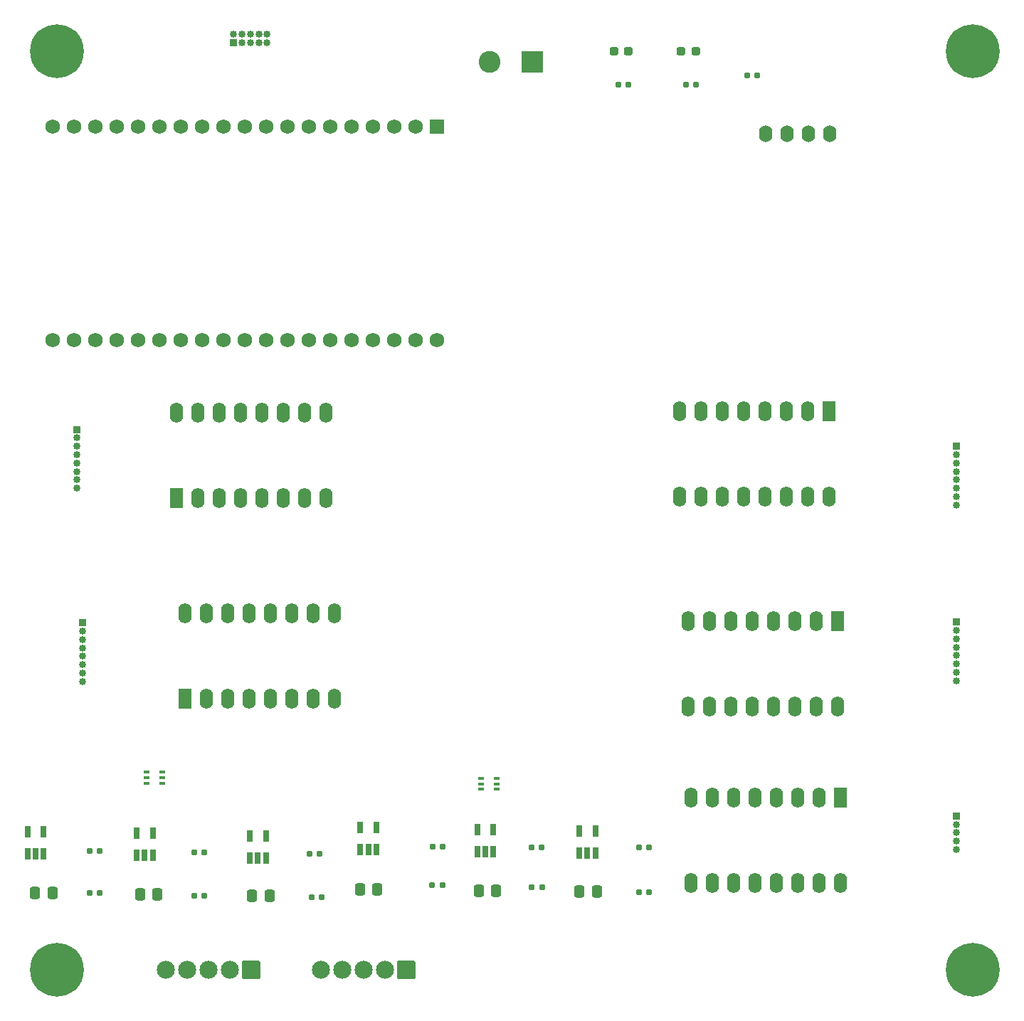
<source format=gbr>
%TF.GenerationSoftware,KiCad,Pcbnew,7.0.10*%
%TF.CreationDate,2024-02-03T22:52:18+05:30*%
%TF.ProjectId,ControlUnit,436f6e74-726f-46c5-956e-69742e6b6963,rev?*%
%TF.SameCoordinates,Original*%
%TF.FileFunction,Soldermask,Top*%
%TF.FilePolarity,Negative*%
%FSLAX46Y46*%
G04 Gerber Fmt 4.6, Leading zero omitted, Abs format (unit mm)*
G04 Created by KiCad (PCBNEW 7.0.10) date 2024-02-03 22:52:18*
%MOMM*%
%LPD*%
G01*
G04 APERTURE LIST*
G04 Aperture macros list*
%AMRoundRect*
0 Rectangle with rounded corners*
0 $1 Rounding radius*
0 $2 $3 $4 $5 $6 $7 $8 $9 X,Y pos of 4 corners*
0 Add a 4 corners polygon primitive as box body*
4,1,4,$2,$3,$4,$5,$6,$7,$8,$9,$2,$3,0*
0 Add four circle primitives for the rounded corners*
1,1,$1+$1,$2,$3*
1,1,$1+$1,$4,$5*
1,1,$1+$1,$6,$7*
1,1,$1+$1,$8,$9*
0 Add four rect primitives between the rounded corners*
20,1,$1+$1,$2,$3,$4,$5,0*
20,1,$1+$1,$4,$5,$6,$7,0*
20,1,$1+$1,$6,$7,$8,$9,0*
20,1,$1+$1,$8,$9,$2,$3,0*%
G04 Aperture macros list end*
%ADD10R,1.600000X2.400000*%
%ADD11O,1.600000X2.400000*%
%ADD12C,2.134400*%
%ADD13RoundRect,0.102000X-0.965200X-0.965200X0.965200X-0.965200X0.965200X0.965200X-0.965200X0.965200X0*%
%ADD14RoundRect,0.160000X-0.197500X-0.160000X0.197500X-0.160000X0.197500X0.160000X-0.197500X0.160000X0*%
%ADD15RoundRect,0.250000X-0.337500X-0.475000X0.337500X-0.475000X0.337500X0.475000X-0.337500X0.475000X0*%
%ADD16RoundRect,0.102000X-0.765000X0.765000X-0.765000X-0.765000X0.765000X-0.765000X0.765000X0.765000X0*%
%ADD17C,1.734000*%
%ADD18R,0.850000X0.850000*%
%ADD19O,0.850000X0.850000*%
%ADD20RoundRect,0.237500X-0.287500X-0.237500X0.287500X-0.237500X0.287500X0.237500X-0.287500X0.237500X0*%
%ADD21RoundRect,0.102000X-0.275000X-0.600000X0.275000X-0.600000X0.275000X0.600000X-0.275000X0.600000X0*%
%ADD22R,0.650000X0.400000*%
%ADD23C,0.800000*%
%ADD24C,6.400000*%
%ADD25O,1.600000X2.000000*%
%ADD26RoundRect,0.155000X-0.212500X-0.155000X0.212500X-0.155000X0.212500X0.155000X-0.212500X0.155000X0*%
%ADD27R,2.600000X2.600000*%
%ADD28C,2.600000*%
G04 APERTURE END LIST*
D10*
%TO.C,U6*%
X179240000Y-133840000D03*
D11*
X176700000Y-133840000D03*
X174160000Y-133840000D03*
X171620000Y-133840000D03*
X169080000Y-133840000D03*
X166540000Y-133840000D03*
X164000000Y-133840000D03*
X161460000Y-133840000D03*
X161460000Y-144000000D03*
X164000000Y-144000000D03*
X166540000Y-144000000D03*
X169080000Y-144000000D03*
X171620000Y-144000000D03*
X174160000Y-144000000D03*
X176700000Y-144000000D03*
X179240000Y-144000000D03*
%TD*%
D12*
%TO.C,U5*%
X98920000Y-154302900D03*
X101460000Y-154302900D03*
D13*
X109080000Y-154302900D03*
D12*
X104000000Y-154302900D03*
X106540000Y-154302900D03*
%TD*%
D14*
%TO.C,R6*%
X160805000Y-49000000D03*
X162000000Y-49000000D03*
%TD*%
D15*
%TO.C,C18*%
X95875000Y-145310000D03*
X97950000Y-145310000D03*
%TD*%
D16*
%TO.C,U1*%
X131200000Y-54000000D03*
D17*
X128660000Y-54000000D03*
X126120000Y-54000000D03*
X123580000Y-54000000D03*
X121040000Y-54000000D03*
X118500000Y-54000000D03*
X115960000Y-54000000D03*
X113420000Y-54000000D03*
X110880000Y-54000000D03*
X108340000Y-54000000D03*
X105800000Y-54000000D03*
X103260000Y-54000000D03*
X100720000Y-54000000D03*
X98180000Y-54000000D03*
X95640000Y-54000000D03*
X93100000Y-54000000D03*
X90560000Y-54000000D03*
X88020000Y-54000000D03*
X85480000Y-54000000D03*
X85480000Y-79400000D03*
X88020000Y-79400000D03*
X90560000Y-79400000D03*
X93100000Y-79400000D03*
X95640000Y-79400000D03*
X98180000Y-79400000D03*
X100720000Y-79400000D03*
X103260000Y-79400000D03*
X105800000Y-79400000D03*
X108340000Y-79400000D03*
X110880000Y-79400000D03*
X113420000Y-79400000D03*
X115960000Y-79400000D03*
X118500000Y-79400000D03*
X121040000Y-79400000D03*
X123580000Y-79400000D03*
X126120000Y-79400000D03*
X128660000Y-79400000D03*
X131200000Y-79400000D03*
%TD*%
D18*
%TO.C,J7*%
X193000000Y-92000000D03*
D19*
X193000000Y-93000000D03*
X193000000Y-94000000D03*
X193000000Y-95000000D03*
X193000000Y-96000000D03*
X193000000Y-97000000D03*
X193000000Y-98000000D03*
X193000000Y-99000000D03*
%TD*%
D18*
%TO.C,J8*%
X89000000Y-113000000D03*
D19*
X89000000Y-114000000D03*
X89000000Y-115000000D03*
X89000000Y-116000000D03*
X89000000Y-117000000D03*
X89000000Y-118000000D03*
X89000000Y-119000000D03*
X89000000Y-120000000D03*
%TD*%
D18*
%TO.C,J9*%
X88350000Y-90000000D03*
D19*
X88350000Y-91000000D03*
X88350000Y-92000000D03*
X88350000Y-93000000D03*
X88350000Y-94000000D03*
X88350000Y-95000000D03*
X88350000Y-96000000D03*
X88350000Y-97000000D03*
%TD*%
D20*
%TO.C,D4*%
X152250000Y-45000000D03*
X154000000Y-45000000D03*
%TD*%
D15*
%TO.C,C15*%
X83375000Y-145160000D03*
X85450000Y-145160000D03*
%TD*%
%TO.C,C19*%
X109211000Y-145504900D03*
X111286000Y-145504900D03*
%TD*%
D14*
%TO.C,R14*%
X130657500Y-139680000D03*
X131852500Y-139680000D03*
%TD*%
D21*
%TO.C,U13*%
X122102500Y-139980100D03*
X123052500Y-139980100D03*
X124002500Y-139980100D03*
X124002500Y-137379900D03*
X122102500Y-137379900D03*
%TD*%
D14*
%TO.C,R12*%
X142452500Y-139700000D03*
X143647500Y-139700000D03*
%TD*%
%TO.C,R8*%
X89852500Y-140160000D03*
X91047500Y-140160000D03*
%TD*%
D22*
%TO.C,D3*%
X136427500Y-131530000D03*
X136427500Y-132180000D03*
X136427500Y-132830000D03*
X138327500Y-132830000D03*
X138327500Y-132180000D03*
X138327500Y-131530000D03*
%TD*%
D14*
%TO.C,R10*%
X130651600Y-144195000D03*
X131846600Y-144195000D03*
%TD*%
D18*
%TO.C,J10*%
X193000000Y-112915000D03*
D19*
X193000000Y-113915000D03*
X193000000Y-114915000D03*
X193000000Y-115915000D03*
X193000000Y-116915000D03*
X193000000Y-117915000D03*
X193000000Y-118915000D03*
X193000000Y-119915000D03*
%TD*%
D14*
%TO.C,R15*%
X102355000Y-140310000D03*
X103550000Y-140310000D03*
%TD*%
%TO.C,R1*%
X152805000Y-49000000D03*
X154000000Y-49000000D03*
%TD*%
%TO.C,R20*%
X155255000Y-145080000D03*
X156450000Y-145080000D03*
%TD*%
D23*
%TO.C,H4*%
X83600000Y-154302900D03*
X84302944Y-152605844D03*
X84302944Y-155999956D03*
X86000000Y-151902900D03*
D24*
X86000000Y-154302900D03*
D23*
X86000000Y-156702900D03*
X87697056Y-152605844D03*
X87697056Y-155999956D03*
X88400000Y-154302900D03*
%TD*%
D10*
%TO.C,U10*%
X178875000Y-112840000D03*
D11*
X176335000Y-112840000D03*
X173795000Y-112840000D03*
X171255000Y-112840000D03*
X168715000Y-112840000D03*
X166175000Y-112840000D03*
X163635000Y-112840000D03*
X161095000Y-112840000D03*
X161095000Y-123000000D03*
X163635000Y-123000000D03*
X166175000Y-123000000D03*
X168715000Y-123000000D03*
X171255000Y-123000000D03*
X173795000Y-123000000D03*
X176335000Y-123000000D03*
X178875000Y-123000000D03*
%TD*%
D23*
%TO.C,H1*%
X83600000Y-45000000D03*
X84302944Y-43302944D03*
X84302944Y-46697056D03*
X86000000Y-42600000D03*
D24*
X86000000Y-45000000D03*
D23*
X86000000Y-47400000D03*
X87697056Y-43302944D03*
X87697056Y-46697056D03*
X88400000Y-45000000D03*
%TD*%
D25*
%TO.C,Brd1*%
X170280000Y-54800000D03*
X172820000Y-54800000D03*
X175360000Y-54800000D03*
X177900000Y-54800000D03*
%TD*%
D18*
%TO.C,J4*%
X107000000Y-44000000D03*
D19*
X107000000Y-43000000D03*
X108000000Y-44000000D03*
X108000000Y-43000000D03*
X109000000Y-44000000D03*
X109000000Y-43000000D03*
X110000000Y-44000000D03*
X110000000Y-43000000D03*
X111000000Y-44000000D03*
X111000000Y-43000000D03*
%TD*%
D21*
%TO.C,U11*%
X95500000Y-140660100D03*
X96450000Y-140660100D03*
X97400000Y-140660100D03*
X97400000Y-138059900D03*
X95500000Y-138059900D03*
%TD*%
D23*
%TO.C,H3*%
X192600000Y-154302900D03*
X193302944Y-152605844D03*
X193302944Y-155999956D03*
X195000000Y-151902900D03*
D24*
X195000000Y-154302900D03*
D23*
X195000000Y-156702900D03*
X196697056Y-152605844D03*
X196697056Y-155999956D03*
X197400000Y-154302900D03*
%TD*%
%TO.C,H2*%
X192600000Y-45000000D03*
X193302944Y-43302944D03*
X193302944Y-46697056D03*
X195000000Y-42600000D03*
D24*
X195000000Y-45000000D03*
D23*
X195000000Y-47400000D03*
X196697056Y-43302944D03*
X196697056Y-46697056D03*
X197400000Y-45000000D03*
%TD*%
D10*
%TO.C,U8*%
X101220000Y-122000000D03*
D11*
X103760000Y-122000000D03*
X106300000Y-122000000D03*
X108840000Y-122000000D03*
X111380000Y-122000000D03*
X113920000Y-122000000D03*
X116460000Y-122000000D03*
X119000000Y-122000000D03*
X119000000Y-111840000D03*
X116460000Y-111840000D03*
X113920000Y-111840000D03*
X111380000Y-111840000D03*
X108840000Y-111840000D03*
X106300000Y-111840000D03*
X103760000Y-111840000D03*
X101220000Y-111840000D03*
%TD*%
D10*
%TO.C,U9*%
X177875000Y-87840000D03*
D11*
X175335000Y-87840000D03*
X172795000Y-87840000D03*
X170255000Y-87840000D03*
X167715000Y-87840000D03*
X165175000Y-87840000D03*
X162635000Y-87840000D03*
X160095000Y-87840000D03*
X160095000Y-98000000D03*
X162635000Y-98000000D03*
X165175000Y-98000000D03*
X167715000Y-98000000D03*
X170255000Y-98000000D03*
X172795000Y-98000000D03*
X175335000Y-98000000D03*
X177875000Y-98000000D03*
%TD*%
D15*
%TO.C,C16*%
X122027500Y-144730000D03*
X124102500Y-144730000D03*
%TD*%
%TO.C,C17*%
X136177500Y-144930000D03*
X138252500Y-144930000D03*
%TD*%
D26*
%TO.C,C11*%
X168150000Y-47850000D03*
X169285000Y-47850000D03*
%TD*%
D14*
%TO.C,R18*%
X116300000Y-145650000D03*
X117495000Y-145650000D03*
%TD*%
%TO.C,R19*%
X142507500Y-144480000D03*
X143702500Y-144480000D03*
%TD*%
D10*
%TO.C,U7*%
X100220000Y-98160000D03*
D11*
X102760000Y-98160000D03*
X105300000Y-98160000D03*
X107840000Y-98160000D03*
X110380000Y-98160000D03*
X112920000Y-98160000D03*
X115460000Y-98160000D03*
X118000000Y-98160000D03*
X118000000Y-88000000D03*
X115460000Y-88000000D03*
X112920000Y-88000000D03*
X110380000Y-88000000D03*
X107840000Y-88000000D03*
X105300000Y-88000000D03*
X102760000Y-88000000D03*
X100220000Y-88000000D03*
%TD*%
D21*
%TO.C,U15*%
X148152500Y-140430100D03*
X149102500Y-140430100D03*
X150052500Y-140430100D03*
X150052500Y-137829900D03*
X148152500Y-137829900D03*
%TD*%
D15*
%TO.C,C20*%
X148177500Y-144980000D03*
X150252500Y-144980000D03*
%TD*%
D18*
%TO.C,J3*%
X193000000Y-136000000D03*
D19*
X193000000Y-137000000D03*
X193000000Y-138000000D03*
X193000000Y-139000000D03*
X193000000Y-140000000D03*
%TD*%
D12*
%TO.C,U17*%
X117380000Y-154302900D03*
X119920000Y-154302900D03*
D13*
X127540000Y-154302900D03*
D12*
X122460000Y-154302900D03*
X125000000Y-154302900D03*
%TD*%
D21*
%TO.C,U14*%
X136002500Y-140230100D03*
X136952500Y-140230100D03*
X137902500Y-140230100D03*
X137902500Y-137629900D03*
X136002500Y-137629900D03*
%TD*%
%TO.C,U4*%
X82500000Y-140460100D03*
X83450000Y-140460100D03*
X84400000Y-140460100D03*
X84400000Y-137859900D03*
X82500000Y-137859900D03*
%TD*%
D20*
%TO.C,D1*%
X160250000Y-45000000D03*
X162000000Y-45000000D03*
%TD*%
D14*
%TO.C,R9*%
X89852500Y-145150000D03*
X91047500Y-145150000D03*
%TD*%
%TO.C,R13*%
X155252500Y-139700000D03*
X156447500Y-139700000D03*
%TD*%
%TO.C,R16*%
X102355000Y-145500000D03*
X103550000Y-145500000D03*
%TD*%
%TO.C,R17*%
X116055000Y-140460000D03*
X117250000Y-140460000D03*
%TD*%
D22*
%TO.C,D2*%
X96650000Y-130800000D03*
X96650000Y-131450000D03*
X96650000Y-132100000D03*
X98550000Y-132100000D03*
X98550000Y-131450000D03*
X98550000Y-130800000D03*
%TD*%
D21*
%TO.C,U12*%
X108950000Y-141010100D03*
X109900000Y-141010100D03*
X110850000Y-141010100D03*
X110850000Y-138409900D03*
X108950000Y-138409900D03*
%TD*%
D27*
%TO.C,J2*%
X142545000Y-46305000D03*
D28*
X137465000Y-46305000D03*
%TD*%
M02*

</source>
